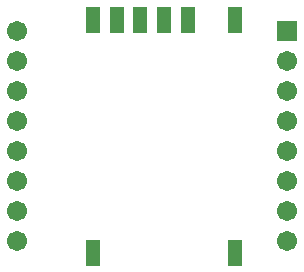
<source format=gbr>
G04 DipTrace 3.0.0.2*
G04 TopMask.gbr*
%MOIN*%
G04 #@! TF.FileFunction,Soldermask,Top*
G04 #@! TF.Part,Single*
%ADD25R,0.067087X0.067087*%
%ADD27R,0.047402X0.086772*%
%ADD29C,0.067087*%
%FSLAX26Y26*%
G04*
G70*
G90*
G75*
G01*
G04 TopMask*
%LPD*%
D29*
X440079Y488898D3*
Y588898D3*
Y688898D3*
Y788898D3*
Y888898D3*
Y988898D3*
Y1088898D3*
Y1188898D3*
D27*
X1165050Y451438D3*
X1007459Y1227234D3*
X1165050Y1227226D3*
X692609Y451438D3*
X928829Y1227029D3*
X850089D3*
X771349D3*
X692609D3*
D25*
X1340079Y1188898D3*
D29*
Y1088898D3*
Y988898D3*
Y888898D3*
Y788898D3*
Y688898D3*
Y588898D3*
Y488898D3*
M02*

</source>
